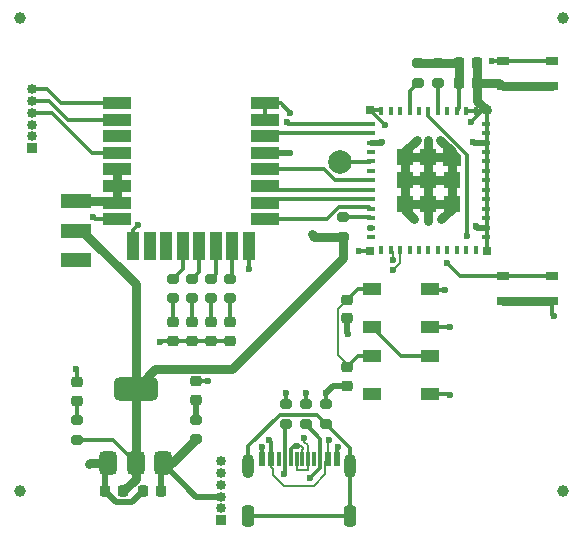
<source format=gbr>
%TF.GenerationSoftware,KiCad,Pcbnew,8.0.1*%
%TF.CreationDate,2024-04-06T15:46:48-07:00*%
%TF.ProjectId,Hardware,48617264-7761-4726-952e-6b696361645f,rev?*%
%TF.SameCoordinates,Original*%
%TF.FileFunction,Copper,L1,Top*%
%TF.FilePolarity,Positive*%
%FSLAX46Y46*%
G04 Gerber Fmt 4.6, Leading zero omitted, Abs format (unit mm)*
G04 Created by KiCad (PCBNEW 8.0.1) date 2024-04-06 15:46:48*
%MOMM*%
%LPD*%
G01*
G04 APERTURE LIST*
G04 Aperture macros list*
%AMRoundRect*
0 Rectangle with rounded corners*
0 $1 Rounding radius*
0 $2 $3 $4 $5 $6 $7 $8 $9 X,Y pos of 4 corners*
0 Add a 4 corners polygon primitive as box body*
4,1,4,$2,$3,$4,$5,$6,$7,$8,$9,$2,$3,0*
0 Add four circle primitives for the rounded corners*
1,1,$1+$1,$2,$3*
1,1,$1+$1,$4,$5*
1,1,$1+$1,$6,$7*
1,1,$1+$1,$8,$9*
0 Add four rect primitives between the rounded corners*
20,1,$1+$1,$2,$3,$4,$5,0*
20,1,$1+$1,$4,$5,$6,$7,0*
20,1,$1+$1,$6,$7,$8,$9,0*
20,1,$1+$1,$8,$9,$2,$3,0*%
%AMFreePoly0*
4,1,14,0.728536,0.728536,0.730000,0.725000,0.730000,-0.725000,0.728536,-0.728536,0.725000,-0.730000,-0.725000,-0.730000,-0.728536,-0.728536,-0.730000,-0.725000,-0.730000,0.125000,-0.728536,0.128536,-0.128536,0.728536,-0.125000,0.730000,0.725000,0.730000,0.728536,0.728536,0.728536,0.728536,$1*%
G04 Aperture macros list end*
%TA.AperFunction,SMDPad,CuDef*%
%ADD10R,1.500000X1.000000*%
%TD*%
%TA.AperFunction,SMDPad,CuDef*%
%ADD11C,1.000000*%
%TD*%
%TA.AperFunction,SMDPad,CuDef*%
%ADD12R,0.400000X0.800000*%
%TD*%
%TA.AperFunction,SMDPad,CuDef*%
%ADD13R,0.800000X0.400000*%
%TD*%
%TA.AperFunction,SMDPad,CuDef*%
%ADD14FreePoly0,270.000000*%
%TD*%
%TA.AperFunction,SMDPad,CuDef*%
%ADD15R,1.450000X1.450000*%
%TD*%
%TA.AperFunction,SMDPad,CuDef*%
%ADD16R,0.700000X0.700000*%
%TD*%
%TA.AperFunction,SMDPad,CuDef*%
%ADD17RoundRect,0.225000X0.225000X0.250000X-0.225000X0.250000X-0.225000X-0.250000X0.225000X-0.250000X0*%
%TD*%
%TA.AperFunction,SMDPad,CuDef*%
%ADD18RoundRect,0.200000X-0.275000X0.200000X-0.275000X-0.200000X0.275000X-0.200000X0.275000X0.200000X0*%
%TD*%
%TA.AperFunction,SMDPad,CuDef*%
%ADD19R,1.050000X0.650000*%
%TD*%
%TA.AperFunction,SMDPad,CuDef*%
%ADD20RoundRect,0.200000X0.275000X-0.200000X0.275000X0.200000X-0.275000X0.200000X-0.275000X-0.200000X0*%
%TD*%
%TA.AperFunction,ComponentPad*%
%ADD21R,0.850000X0.850000*%
%TD*%
%TA.AperFunction,ComponentPad*%
%ADD22O,0.850000X0.850000*%
%TD*%
%TA.AperFunction,SMDPad,CuDef*%
%ADD23RoundRect,0.225000X-0.225000X-0.250000X0.225000X-0.250000X0.225000X0.250000X-0.225000X0.250000X0*%
%TD*%
%TA.AperFunction,SMDPad,CuDef*%
%ADD24RoundRect,0.218750X0.256250X-0.218750X0.256250X0.218750X-0.256250X0.218750X-0.256250X-0.218750X0*%
%TD*%
%TA.AperFunction,SMDPad,CuDef*%
%ADD25R,2.500000X1.200000*%
%TD*%
%TA.AperFunction,SMDPad,CuDef*%
%ADD26R,0.600000X1.150000*%
%TD*%
%TA.AperFunction,SMDPad,CuDef*%
%ADD27R,0.300000X1.150000*%
%TD*%
%TA.AperFunction,ComponentPad*%
%ADD28O,1.000000X2.100000*%
%TD*%
%TA.AperFunction,ComponentPad*%
%ADD29RoundRect,0.250000X-0.250000X-0.650000X0.250000X-0.650000X0.250000X0.650000X-0.250000X0.650000X0*%
%TD*%
%TA.AperFunction,SMDPad,CuDef*%
%ADD30RoundRect,0.225000X0.250000X-0.225000X0.250000X0.225000X-0.250000X0.225000X-0.250000X-0.225000X0*%
%TD*%
%TA.AperFunction,SMDPad,CuDef*%
%ADD31C,2.000000*%
%TD*%
%TA.AperFunction,SMDPad,CuDef*%
%ADD32R,2.450000X1.000000*%
%TD*%
%TA.AperFunction,SMDPad,CuDef*%
%ADD33R,1.000000X2.450000*%
%TD*%
%TA.AperFunction,SMDPad,CuDef*%
%ADD34RoundRect,0.218750X-0.256250X0.218750X-0.256250X-0.218750X0.256250X-0.218750X0.256250X0.218750X0*%
%TD*%
%TA.AperFunction,SMDPad,CuDef*%
%ADD35RoundRect,0.375000X0.375000X-0.625000X0.375000X0.625000X-0.375000X0.625000X-0.375000X-0.625000X0*%
%TD*%
%TA.AperFunction,SMDPad,CuDef*%
%ADD36RoundRect,0.500000X1.400000X-0.500000X1.400000X0.500000X-1.400000X0.500000X-1.400000X-0.500000X0*%
%TD*%
%TA.AperFunction,ViaPad*%
%ADD37C,0.600000*%
%TD*%
%TA.AperFunction,Conductor*%
%ADD38C,0.300000*%
%TD*%
%TA.AperFunction,Conductor*%
%ADD39C,0.500000*%
%TD*%
%TA.AperFunction,Conductor*%
%ADD40C,0.800000*%
%TD*%
%TA.AperFunction,Conductor*%
%ADD41C,0.200000*%
%TD*%
G04 APERTURE END LIST*
D10*
%TO.P,D5,1,VSS*%
%TO.N,GND*%
X136700000Y-76100000D03*
%TO.P,D5,2,DIN*%
%TO.N,/NEOPIXEL*%
X136700000Y-72900000D03*
%TO.P,D5,3,VDD*%
%TO.N,+5V*%
X131800000Y-72900000D03*
%TO.P,D5,4,DOUT*%
%TO.N,Net-(D5-DOUT)*%
X131800000Y-76100000D03*
%TD*%
D11*
%TO.P,FID2,*%
%TO.N,*%
X148000000Y-50000000D03*
%TD*%
D12*
%TO.P,U1,1,GND*%
%TO.N,GND*%
X140600000Y-57825000D03*
%TO.P,U1,2,GND*%
X139800000Y-57825000D03*
%TO.P,U1,3,3V3*%
%TO.N,+3.3V*%
X139000000Y-57825000D03*
%TO.P,U1,4,NC*%
%TO.N,unconnected-(U1-NC-Pad4)*%
X138200000Y-57825000D03*
%TO.P,U1,5,IO2*%
%TO.N,Net-(U1-IO2)*%
X137400000Y-57825000D03*
%TO.P,U1,6,IO3*%
%TO.N,/NEOPIXEL*%
X136600000Y-57825000D03*
%TO.P,U1,7,NC*%
%TO.N,unconnected-(U1-NC-Pad7)*%
X135800000Y-57825000D03*
%TO.P,U1,8,EN*%
%TO.N,Net-(U1-EN)*%
X135000000Y-57825000D03*
%TO.P,U1,9,NC*%
%TO.N,unconnected-(U1-NC-Pad9)*%
X134200000Y-57825000D03*
%TO.P,U1,10,NC*%
%TO.N,unconnected-(U1-NC-Pad10)*%
X133400000Y-57825000D03*
%TO.P,U1,11,GND*%
%TO.N,GND*%
X132600000Y-57825000D03*
D13*
%TO.P,U1,12,IO0*%
%TO.N,/DWM3000_RSTn*%
X131700000Y-58925000D03*
%TO.P,U1,13,IO1*%
%TO.N,/DWM3000_IRQ*%
X131700000Y-59725000D03*
%TO.P,U1,14,GND*%
%TO.N,GND*%
X131700000Y-60525000D03*
%TO.P,U1,15,NC*%
%TO.N,unconnected-(U1-NC-Pad15)*%
X131700000Y-61325000D03*
%TO.P,U1,16,IO10*%
%TO.N,Net-(U1-IO10)*%
X131700000Y-62125000D03*
%TO.P,U1,17,NC*%
%TO.N,unconnected-(U1-NC-Pad17)*%
X131700000Y-62925000D03*
%TO.P,U1,18,IO4*%
%TO.N,/DWM3000_SPICLK*%
X131700000Y-63725000D03*
%TO.P,U1,19,IO5*%
%TO.N,/DWM3000_SPIMISO*%
X131700000Y-64525000D03*
%TO.P,U1,20,IO6*%
%TO.N,/DWM3001_SPIMOSI*%
X131700000Y-65325000D03*
%TO.P,U1,21,IO7*%
%TO.N,/DWM3000_SPICS*%
X131700000Y-66125000D03*
%TO.P,U1,22,IO8*%
%TO.N,Net-(U1-IO8)*%
X131700000Y-66925000D03*
%TO.P,U1,23,IO9*%
%TO.N,Net-(U1-IO9)*%
X131700000Y-67725000D03*
%TO.P,U1,24,NC*%
%TO.N,unconnected-(U1-NC-Pad24)*%
X131700000Y-68525000D03*
D12*
%TO.P,U1,25,NC*%
%TO.N,unconnected-(U1-NC-Pad25)*%
X132600000Y-69625000D03*
%TO.P,U1,26,IO18*%
%TO.N,/DN*%
X133400000Y-69625000D03*
%TO.P,U1,27,IO19*%
%TO.N,/DP*%
X134200000Y-69625000D03*
%TO.P,U1,28,NC*%
%TO.N,unconnected-(U1-NC-Pad28)*%
X135000000Y-69625000D03*
%TO.P,U1,29,NC*%
%TO.N,unconnected-(U1-NC-Pad29)*%
X135800000Y-69625000D03*
%TO.P,U1,30,RXD0*%
%TO.N,unconnected-(U1-RXD0-Pad30)*%
X136600000Y-69625000D03*
%TO.P,U1,31,TXD0*%
%TO.N,unconnected-(U1-TXD0-Pad31)*%
X137400000Y-69625000D03*
%TO.P,U1,32,NC*%
%TO.N,unconnected-(U1-NC-Pad32)*%
X138200000Y-69625000D03*
%TO.P,U1,33,NC*%
%TO.N,unconnected-(U1-NC-Pad33)*%
X139000000Y-69625000D03*
%TO.P,U1,34,NC*%
%TO.N,unconnected-(U1-NC-Pad34)*%
X139800000Y-69625000D03*
%TO.P,U1,35,NC*%
%TO.N,unconnected-(U1-NC-Pad35)*%
X140600000Y-69625000D03*
D13*
%TO.P,U1,36,GND*%
%TO.N,GND*%
X141500000Y-68525000D03*
%TO.P,U1,37,GND*%
X141500000Y-67725000D03*
%TO.P,U1,38,GND*%
X141500000Y-66925000D03*
%TO.P,U1,39,GND*%
X141500000Y-66125000D03*
%TO.P,U1,40,GND*%
X141500000Y-65325000D03*
%TO.P,U1,41,GND*%
X141500000Y-64525000D03*
%TO.P,U1,42,GND*%
X141500000Y-63725000D03*
%TO.P,U1,43,GND*%
X141500000Y-62925000D03*
%TO.P,U1,44,GND*%
X141500000Y-62125000D03*
%TO.P,U1,45,GND*%
X141500000Y-61325000D03*
%TO.P,U1,46,GND*%
X141500000Y-60525000D03*
%TO.P,U1,47,GND*%
X141500000Y-59725000D03*
%TO.P,U1,48,GND*%
X141500000Y-58925000D03*
D14*
%TO.P,U1,49_1,GND*%
X138575000Y-61750000D03*
D15*
%TO.P,U1,49_2,GND*%
X138575000Y-63725000D03*
%TO.P,U1,49_3,GND*%
X138575000Y-65700000D03*
%TO.P,U1,49_4,GND*%
X136600000Y-65700000D03*
%TO.P,U1,49_5,GND*%
X134625000Y-65700000D03*
%TO.P,U1,49_6,GND*%
X134625000Y-63725000D03*
%TO.P,U1,49_7,GND*%
X134625000Y-61750000D03*
%TO.P,U1,49_8,GND*%
X136600000Y-61750000D03*
%TO.P,U1,49_9,GND*%
X136600000Y-63725000D03*
D16*
%TO.P,U1,50,GND*%
X141550000Y-69675000D03*
%TO.P,U1,51,GND*%
X131650000Y-69675000D03*
%TO.P,U1,52,GND*%
X131650000Y-57775000D03*
%TO.P,U1,53,GND*%
X141550000Y-57775000D03*
%TD*%
D17*
%TO.P,C6,1*%
%TO.N,+3.3V*%
X110775000Y-90050000D03*
%TO.P,C6,2*%
%TO.N,GND*%
X109225000Y-90050000D03*
%TD*%
D18*
%TO.P,R8,1*%
%TO.N,+3.3V*%
X137400000Y-53825000D03*
%TO.P,R8,2*%
%TO.N,Net-(U1-IO2)*%
X137400000Y-55475000D03*
%TD*%
D10*
%TO.P,D6,1,VSS*%
%TO.N,GND*%
X136700000Y-81800000D03*
%TO.P,D6,2,DIN*%
%TO.N,Net-(D5-DOUT)*%
X136700000Y-78600000D03*
%TO.P,D6,3,VDD*%
%TO.N,+5V*%
X131800000Y-78600000D03*
%TO.P,D6,4,DOUT*%
%TO.N,unconnected-(D6-DOUT-Pad4)*%
X131800000Y-81800000D03*
%TD*%
D19*
%TO.P,SW2,1,1*%
%TO.N,Net-(U1-IO9)*%
X142950000Y-71800000D03*
X147100000Y-71800000D03*
%TO.P,SW2,2,2*%
%TO.N,GND*%
X142950000Y-73950000D03*
X147100000Y-73950000D03*
%TD*%
D18*
%TO.P,R7,1*%
%TO.N,Net-(DWM1-GPIO3{slash}TXLED)*%
X115000000Y-72050000D03*
%TO.P,R7,2*%
%TO.N,Net-(D4-A)*%
X115000000Y-73700000D03*
%TD*%
D20*
%TO.P,R11,1*%
%TO.N,+5V*%
X116900000Y-85650000D03*
%TO.P,R11,2*%
%TO.N,Net-(D7-A)*%
X116900000Y-84000000D03*
%TD*%
D21*
%TO.P,J2,1,Pin_1*%
%TO.N,/DWM3000_EXTPA*%
X103000000Y-61000000D03*
D22*
%TO.P,J2,2,Pin_2*%
%TO.N,/DWM3000_SPIPOL*%
X103000000Y-60000000D03*
%TO.P,J2,3,Pin_3*%
%TO.N,/DWM3000_SPIHA*%
X103000000Y-59000000D03*
%TO.P,J2,4,Pin_4*%
%TO.N,/DWM3000_GPIO7*%
X103000000Y-58000000D03*
%TO.P,J2,5,Pin_5*%
%TO.N,/DWM3000_WAKEUP*%
X103000000Y-57000000D03*
%TO.P,J2,6,Pin_6*%
%TO.N,/DWM3000_EXTON*%
X103000000Y-56000000D03*
%TD*%
D18*
%TO.P,R6,1*%
%TO.N,Net-(DWM1-GPIO2{slash}RXLED)*%
X116600000Y-72050000D03*
%TO.P,R6,2*%
%TO.N,Net-(D3-A)*%
X116600000Y-73700000D03*
%TD*%
D23*
%TO.P,C2,1*%
%TO.N,+3.3V*%
X139200000Y-53750000D03*
%TO.P,C2,2*%
%TO.N,GND*%
X140750000Y-53750000D03*
%TD*%
D24*
%TO.P,D1,1,K*%
%TO.N,GND*%
X119800000Y-77300000D03*
%TO.P,D1,2,A*%
%TO.N,Net-(D1-A)*%
X119800000Y-75725000D03*
%TD*%
D25*
%TO.P,S1,1*%
%TO.N,Net-(DWM1-VDDAON)*%
X106750000Y-65500000D03*
%TO.P,S1,2*%
%TO.N,+3.3V*%
X106750000Y-68000000D03*
%TO.P,S1,3*%
%TO.N,unconnected-(S1-Pad3)*%
X106750000Y-70500000D03*
%TD*%
D20*
%TO.P,R2,1*%
%TO.N,/CC1*%
X124500000Y-84325000D03*
%TO.P,R2,2*%
%TO.N,GND*%
X124500000Y-82675000D03*
%TD*%
D24*
%TO.P,D4,1,K*%
%TO.N,GND*%
X115000000Y-77287500D03*
%TO.P,D4,2,A*%
%TO.N,Net-(D4-A)*%
X115000000Y-75712500D03*
%TD*%
D20*
%TO.P,R12,1*%
%TO.N,+3.3V*%
X106825000Y-85700000D03*
%TO.P,R12,2*%
%TO.N,Net-(D8-A)*%
X106825000Y-84050000D03*
%TD*%
D26*
%TO.P,J1,A1_B12,GND*%
%TO.N,GND*%
X122480000Y-87345000D03*
%TO.P,J1,A4_B9,VBUS*%
%TO.N,+5V*%
X123280000Y-87345000D03*
D27*
%TO.P,J1,A5,CC1*%
%TO.N,/CC1*%
X124430000Y-87345000D03*
%TO.P,J1,A6,DP1*%
%TO.N,/DP*%
X125430000Y-87345000D03*
%TO.P,J1,A7,DN1*%
%TO.N,/DN*%
X125930000Y-87345000D03*
%TO.P,J1,A8,SBU1*%
%TO.N,unconnected-(J1-SBU1-PadA8)*%
X126930000Y-87345000D03*
D26*
%TO.P,J1,B1_A12,GND*%
%TO.N,GND*%
X128880000Y-87345000D03*
%TO.P,J1,B4_A9,VBUS*%
%TO.N,+5V*%
X128080000Y-87345000D03*
D27*
%TO.P,J1,B5,CC2*%
%TO.N,/CC2*%
X127430000Y-87345000D03*
%TO.P,J1,B6,DP2*%
%TO.N,/DP*%
X126430000Y-87345000D03*
%TO.P,J1,B7,DN2*%
%TO.N,/DN*%
X124930000Y-87345000D03*
%TO.P,J1,B8,SBU2*%
%TO.N,unconnected-(J1-SBU2-PadB8)*%
X123930000Y-87345000D03*
D28*
%TO.P,J1,SH1,SHELL_GND*%
%TO.N,Net-(J1-SHELL_GND-PadSH1)*%
X121360000Y-87920000D03*
%TO.P,J1,SH2,SHELL_GND*%
X130000000Y-87920000D03*
D29*
%TO.P,J1,SH3,SHELL_GND*%
X121360000Y-92100000D03*
%TO.P,J1,SH4,SHELL_GND*%
X130000000Y-92100000D03*
%TD*%
D24*
%TO.P,D3,1,K*%
%TO.N,GND*%
X116600000Y-77287500D03*
%TO.P,D3,2,A*%
%TO.N,Net-(D3-A)*%
X116600000Y-75712500D03*
%TD*%
D30*
%TO.P,C4,1*%
%TO.N,GND*%
X129700000Y-81100000D03*
%TO.P,C4,2*%
%TO.N,+5V*%
X129700000Y-79550000D03*
%TD*%
D24*
%TO.P,D2,1,K*%
%TO.N,GND*%
X118200000Y-77287500D03*
%TO.P,D2,2,A*%
%TO.N,Net-(D2-A)*%
X118200000Y-75712500D03*
%TD*%
D11*
%TO.P,FID1,*%
%TO.N,*%
X102000000Y-50000000D03*
%TD*%
D31*
%TO.P,TP1,1,1*%
%TO.N,Net-(U1-IO10)*%
X129100000Y-62200000D03*
%TD*%
D20*
%TO.P,R3,1*%
%TO.N,/CC2*%
X126200000Y-84350000D03*
%TO.P,R3,2*%
%TO.N,GND*%
X126200000Y-82700000D03*
%TD*%
D32*
%TO.P,DWM1,1,EXTON*%
%TO.N,/DWM3000_EXTON*%
X110200000Y-57201200D03*
%TO.P,DWM1,2,WAKEUP*%
%TO.N,/DWM3000_WAKEUP*%
X110200000Y-58601200D03*
%TO.P,DWM1,3,~{RST}*%
%TO.N,/DWM3000_RSTn*%
X110200000Y-60001200D03*
%TO.P,DWM1,4,GPIO7*%
%TO.N,/DWM3000_GPIO7*%
X110200000Y-61401200D03*
%TO.P,DWM1,5,VDDAON*%
%TO.N,Net-(DWM1-VDDAON)*%
X110200000Y-62801200D03*
%TO.P,DWM1,6,VDD3V3*%
X110200000Y-64201200D03*
%TO.P,DWM1,7,VDD3V3*%
X110200000Y-65601200D03*
%TO.P,DWM1,8,VSS*%
%TO.N,GND*%
X110200000Y-67001200D03*
D33*
%TO.P,DWM1,9,GPIO6/EXTRXE/SPIHA*%
%TO.N,/DWM3000_SPIHA*%
X111600000Y-69296200D03*
%TO.P,DWM1,10,GPIO5/EXTTXE/SPIPOL*%
%TO.N,/DWM3000_SPIPOL*%
X113000000Y-69296200D03*
%TO.P,DWM1,11,GPIO4/EXTPA*%
%TO.N,/DWM3000_EXTPA*%
X114400000Y-69296200D03*
%TO.P,DWM1,12,GPIO3/TXLED*%
%TO.N,Net-(DWM1-GPIO3{slash}TXLED)*%
X115800000Y-69296200D03*
%TO.P,DWM1,13,GPIO2/RXLED*%
%TO.N,Net-(DWM1-GPIO2{slash}RXLED)*%
X117200000Y-69296200D03*
%TO.P,DWM1,14,GPIO1/SFDLED*%
%TO.N,Net-(DWM1-GPIO1{slash}SFDLED)*%
X118600000Y-69296200D03*
%TO.P,DWM1,15,GPIO0/RXOKLED*%
%TO.N,Net-(DWM1-GPIO0{slash}RXOKLED)*%
X120000000Y-69296200D03*
%TO.P,DWM1,16,VSS*%
%TO.N,GND*%
X121400000Y-69296200D03*
D32*
%TO.P,DWM1,17,~{SPICS}*%
%TO.N,/DWM3000_SPICS*%
X122800000Y-67000000D03*
%TO.P,DWM1,18,SPIMOSI*%
%TO.N,/DWM3001_SPIMOSI*%
X122800000Y-65600000D03*
%TO.P,DWM1,19,SPIMISO*%
%TO.N,/DWM3000_SPIMISO*%
X122800000Y-64201200D03*
%TO.P,DWM1,20,SPICLK*%
%TO.N,/DWM3000_SPICLK*%
X122800000Y-62801200D03*
%TO.P,DWM1,21,VSS*%
%TO.N,GND*%
X122800000Y-61401200D03*
%TO.P,DWM1,22,IRQ/GPIO8*%
%TO.N,/DWM3000_IRQ*%
X122800000Y-60001200D03*
%TO.P,DWM1,23,VSS*%
%TO.N,GND*%
X122800000Y-58601200D03*
%TO.P,DWM1,24,VSS*%
X122800000Y-57201200D03*
%TD*%
D11*
%TO.P,FID3,*%
%TO.N,*%
X102000000Y-90000000D03*
%TD*%
D18*
%TO.P,R5,1*%
%TO.N,Net-(DWM1-GPIO1{slash}SFDLED)*%
X118200000Y-72050000D03*
%TO.P,R5,2*%
%TO.N,Net-(D2-A)*%
X118200000Y-73700000D03*
%TD*%
D34*
%TO.P,D8,1,K*%
%TO.N,GND*%
X106825000Y-80812500D03*
%TO.P,D8,2,A*%
%TO.N,Net-(D8-A)*%
X106825000Y-82387500D03*
%TD*%
D19*
%TO.P,SW1,1,1*%
%TO.N,Net-(U1-EN)*%
X142925000Y-53625000D03*
X147075000Y-53625000D03*
%TO.P,SW1,2,2*%
%TO.N,GND*%
X142925000Y-55775000D03*
X147075000Y-55775000D03*
%TD*%
D21*
%TO.P,J3,1,Pin_1*%
%TO.N,/CC1*%
X119000000Y-92500000D03*
D22*
%TO.P,J3,2,Pin_2*%
%TO.N,/CC2*%
X119000000Y-91500000D03*
%TO.P,J3,3,Pin_3*%
%TO.N,+5V*%
X119000000Y-90500000D03*
%TO.P,J3,4,Pin_4*%
%TO.N,unconnected-(J3-Pin_4-Pad4)*%
X119000000Y-89500000D03*
%TO.P,J3,5,Pin_5*%
%TO.N,unconnected-(J3-Pin_5-Pad5)*%
X119000000Y-88500000D03*
%TO.P,J3,6,Pin_6*%
%TO.N,GND*%
X119000000Y-87500000D03*
%TD*%
D34*
%TO.P,D7,1,K*%
%TO.N,GND*%
X116900000Y-80750000D03*
%TO.P,D7,2,A*%
%TO.N,Net-(D7-A)*%
X116900000Y-82325000D03*
%TD*%
D17*
%TO.P,C5,1*%
%TO.N,+5V*%
X113975000Y-90050000D03*
%TO.P,C5,2*%
%TO.N,GND*%
X112425000Y-90050000D03*
%TD*%
D11*
%TO.P,FID4,*%
%TO.N,*%
X148000000Y-90000000D03*
%TD*%
D20*
%TO.P,R9,1*%
%TO.N,+3.3V*%
X129400000Y-68500000D03*
%TO.P,R9,2*%
%TO.N,Net-(U1-IO8)*%
X129400000Y-66850000D03*
%TD*%
D23*
%TO.P,C1,1*%
%TO.N,+3.3V*%
X139200000Y-55450000D03*
%TO.P,C1,2*%
%TO.N,GND*%
X140750000Y-55450000D03*
%TD*%
D20*
%TO.P,R1,1*%
%TO.N,Net-(J1-SHELL_GND-PadSH1)*%
X127900000Y-84325000D03*
%TO.P,R1,2*%
%TO.N,GND*%
X127900000Y-82675000D03*
%TD*%
D35*
%TO.P,U3,1,GND*%
%TO.N,GND*%
X109500000Y-87650000D03*
%TO.P,U3,2,VO*%
%TO.N,+3.3V*%
X111800000Y-87650000D03*
D36*
X111800000Y-81350000D03*
D35*
%TO.P,U3,3,VI*%
%TO.N,+5V*%
X114100000Y-87650000D03*
%TD*%
D18*
%TO.P,R4,1*%
%TO.N,Net-(DWM1-GPIO0{slash}RXOKLED)*%
X119800000Y-72075000D03*
%TO.P,R4,2*%
%TO.N,Net-(D1-A)*%
X119800000Y-73725000D03*
%TD*%
%TO.P,R10,1*%
%TO.N,+3.3V*%
X135700000Y-53825000D03*
%TO.P,R10,2*%
%TO.N,Net-(U1-EN)*%
X135700000Y-55475000D03*
%TD*%
D30*
%TO.P,C3,1*%
%TO.N,GND*%
X129700000Y-75375000D03*
%TO.P,C3,2*%
%TO.N,+5V*%
X129700000Y-73825000D03*
%TD*%
D37*
%TO.N,GND*%
X106800000Y-79700000D03*
X137600000Y-60300000D03*
X128900000Y-86300000D03*
X135600000Y-60300000D03*
X126200000Y-81700000D03*
X147200000Y-75200000D03*
X135400000Y-67000000D03*
X140400000Y-60500000D03*
X130700000Y-69700000D03*
X140200000Y-58800000D03*
X121400000Y-71200000D03*
X132900000Y-59000000D03*
X127900000Y-81700000D03*
X140600000Y-67600000D03*
X129800000Y-76700000D03*
X132700000Y-60500000D03*
X124500000Y-81700000D03*
X138400000Y-81900000D03*
X137700000Y-67000000D03*
X122500000Y-86300000D03*
X107900000Y-87700000D03*
X138400000Y-76100000D03*
X113900000Y-77400000D03*
X108200000Y-66800000D03*
X124900000Y-58000000D03*
X136600000Y-60300000D03*
X124900000Y-61400000D03*
X136600000Y-67200000D03*
X117900000Y-80700000D03*
%TO.N,+3.3V*%
X135700000Y-53825000D03*
X126700000Y-68300000D03*
%TO.N,+5V*%
X123100000Y-85700000D03*
X116900000Y-85650000D03*
X129700000Y-79550000D03*
X128200000Y-85700000D03*
%TO.N,/NEOPIXEL*%
X139900000Y-68400000D03*
X138000000Y-73000000D03*
%TO.N,/DWM3000_SPIPOL*%
X113000000Y-69300000D03*
%TO.N,/DWM3000_SPIHA*%
X112000000Y-67500000D03*
%TO.N,/DWM3000_RSTn*%
X124600000Y-58800000D03*
X110200000Y-60001200D03*
%TO.N,/DWM3000_EXTPA*%
X114400000Y-70000000D03*
%TO.N,/DN*%
X133600000Y-70475000D03*
X125499479Y-86172292D03*
%TO.N,/DP*%
X126100521Y-85571250D03*
X133600000Y-71325000D03*
%TO.N,/CC1*%
X124400000Y-88600000D03*
%TO.N,/CC2*%
X126600000Y-88900000D03*
%TO.N,Net-(U1-EN)*%
X142000000Y-53600000D03*
X135700000Y-55475000D03*
%TO.N,Net-(U1-IO9)*%
X138200000Y-70700000D03*
X131700000Y-67725000D03*
%TD*%
D38*
%TO.N,GND*%
X122480000Y-86320000D02*
X122500000Y-86300000D01*
D39*
X110150000Y-90975000D02*
X109225000Y-90050000D01*
D38*
X108401200Y-67001200D02*
X108200000Y-66800000D01*
D40*
X137600000Y-60300000D02*
X138575000Y-61275000D01*
X138575000Y-61750000D02*
X138575000Y-65700000D01*
D38*
X136700000Y-81800000D02*
X138300000Y-81800000D01*
D39*
X129700000Y-75375000D02*
X129700000Y-76600000D01*
D40*
X138575000Y-61275000D02*
X138575000Y-61750000D01*
D38*
X130725000Y-69675000D02*
X130700000Y-69700000D01*
D40*
X135600000Y-60300000D02*
X134625000Y-61275000D01*
D39*
X141500000Y-67725000D02*
X140725000Y-67725000D01*
D38*
X122800000Y-57201200D02*
X124101200Y-57201200D01*
X116900000Y-80750000D02*
X117850000Y-80750000D01*
D40*
X140750000Y-53750000D02*
X140750000Y-56975000D01*
D38*
X117300000Y-77287500D02*
X119787500Y-77287500D01*
X126200000Y-81700000D02*
X126200000Y-82700000D01*
D40*
X142925000Y-55775000D02*
X147075000Y-55775000D01*
X134625000Y-63725000D02*
X138575000Y-63725000D01*
D38*
X131650000Y-57775000D02*
X131675000Y-57775000D01*
D40*
X138575000Y-66125000D02*
X138575000Y-65700000D01*
D39*
X111500000Y-90975000D02*
X110150000Y-90975000D01*
X109225000Y-90050000D02*
X109225000Y-87925000D01*
D38*
X106825000Y-79725000D02*
X106800000Y-79700000D01*
D40*
X134625000Y-61750000D02*
X134625000Y-65700000D01*
D38*
X139800000Y-57825000D02*
X141500000Y-57825000D01*
X115000000Y-77287500D02*
X117300000Y-77287500D01*
X128880000Y-86320000D02*
X128900000Y-86300000D01*
X141225000Y-57775000D02*
X140200000Y-58800000D01*
D39*
X124898800Y-61401200D02*
X124900000Y-61400000D01*
D38*
X131650000Y-57775000D02*
X132550000Y-57775000D01*
X124500000Y-82675000D02*
X124500000Y-81700000D01*
D39*
X109225000Y-87925000D02*
X109500000Y-87650000D01*
X141500000Y-60525000D02*
X140425000Y-60525000D01*
D40*
X136600000Y-65700000D02*
X136600000Y-67200000D01*
D38*
X106825000Y-80812500D02*
X106825000Y-79725000D01*
D40*
X134625000Y-66225000D02*
X134625000Y-65700000D01*
D39*
X128500000Y-81100000D02*
X127900000Y-81700000D01*
D38*
X114012500Y-77287500D02*
X113900000Y-77400000D01*
D40*
X138575000Y-65700000D02*
X134625000Y-65700000D01*
X134625000Y-61275000D02*
X134625000Y-61750000D01*
X140750000Y-56975000D02*
X141550000Y-57775000D01*
D38*
X117300000Y-77287500D02*
X114012500Y-77287500D01*
D39*
X132675000Y-60525000D02*
X132700000Y-60500000D01*
D38*
X131650000Y-69675000D02*
X130725000Y-69675000D01*
X147100000Y-75100000D02*
X147200000Y-75200000D01*
X128880000Y-87345000D02*
X128880000Y-86320000D01*
X136700000Y-76100000D02*
X138400000Y-76100000D01*
D40*
X134625000Y-61750000D02*
X138575000Y-61750000D01*
D38*
X124101200Y-57201200D02*
X124900000Y-58000000D01*
D39*
X140725000Y-67725000D02*
X140600000Y-67600000D01*
X112425000Y-90050000D02*
X111500000Y-90975000D01*
D38*
X122800000Y-58601200D02*
X122800000Y-57201200D01*
X147100000Y-73950000D02*
X147100000Y-75100000D01*
D40*
X136600000Y-61750000D02*
X136600000Y-60300000D01*
X109500000Y-87650000D02*
X107950000Y-87650000D01*
D38*
X117850000Y-80750000D02*
X117900000Y-80700000D01*
X121400000Y-69296200D02*
X121400000Y-71200000D01*
D40*
X142600000Y-55450000D02*
X142925000Y-55775000D01*
D38*
X141550000Y-57775000D02*
X141225000Y-57775000D01*
X122480000Y-87345000D02*
X122480000Y-86320000D01*
X127900000Y-82675000D02*
X127900000Y-81700000D01*
X131675000Y-57775000D02*
X132900000Y-59000000D01*
D39*
X122800000Y-61401200D02*
X124898800Y-61401200D01*
D40*
X107950000Y-87650000D02*
X107900000Y-87700000D01*
D39*
X129700000Y-76600000D02*
X129800000Y-76700000D01*
D40*
X137700000Y-67000000D02*
X138575000Y-66125000D01*
D38*
X110200000Y-67001200D02*
X108401200Y-67001200D01*
X132550000Y-57775000D02*
X132600000Y-57825000D01*
D40*
X142950000Y-73950000D02*
X147100000Y-73950000D01*
D39*
X131700000Y-60525000D02*
X132675000Y-60525000D01*
D38*
X141500000Y-57825000D02*
X141550000Y-57775000D01*
D39*
X129700000Y-81100000D02*
X128500000Y-81100000D01*
D40*
X140750000Y-55450000D02*
X142600000Y-55450000D01*
D38*
X141550000Y-69675000D02*
X141550000Y-57775000D01*
X119787500Y-77287500D02*
X119800000Y-77300000D01*
D40*
X136600000Y-65700000D02*
X136600000Y-61750000D01*
D39*
X140425000Y-60525000D02*
X140400000Y-60500000D01*
D40*
X135400000Y-67000000D02*
X134625000Y-66225000D01*
D38*
X138300000Y-81800000D02*
X138400000Y-81900000D01*
D40*
%TO.N,+3.3V*%
X126900000Y-68500000D02*
X126700000Y-68300000D01*
X111800000Y-72500000D02*
X111800000Y-81350000D01*
X111800000Y-81350000D02*
X111800000Y-87650000D01*
X139200000Y-55450000D02*
X139200000Y-53750000D01*
D38*
X139200000Y-53750000D02*
X139200000Y-57625000D01*
D40*
X113450000Y-79700000D02*
X120000000Y-79700000D01*
X129400000Y-68500000D02*
X126900000Y-68500000D01*
X111800000Y-87650000D02*
X111800000Y-89025000D01*
X106750000Y-68000000D02*
X107300000Y-68000000D01*
X107300000Y-68000000D02*
X111800000Y-72500000D01*
X135700000Y-53825000D02*
X139125000Y-53825000D01*
D38*
X109850000Y-85700000D02*
X111800000Y-87650000D01*
D40*
X139125000Y-53825000D02*
X139200000Y-53750000D01*
D38*
X106825000Y-85700000D02*
X109850000Y-85700000D01*
X139200000Y-57625000D02*
X139000000Y-57825000D01*
D40*
X111800000Y-89025000D02*
X110775000Y-90050000D01*
X129400000Y-70300000D02*
X129400000Y-68500000D01*
X111800000Y-81350000D02*
X113450000Y-79700000D01*
X120000000Y-79700000D02*
X129400000Y-70300000D01*
D38*
%TO.N,+5V*%
X130625000Y-72900000D02*
X129700000Y-73825000D01*
D41*
X123465000Y-88140406D02*
X123280000Y-87955406D01*
X129700000Y-79300000D02*
X128925000Y-78525000D01*
X126900000Y-89600000D02*
X124400000Y-89600000D01*
D39*
X113975000Y-87775000D02*
X114100000Y-87650000D01*
D41*
X123465000Y-88665000D02*
X123465000Y-88140406D01*
D39*
X113975000Y-90050000D02*
X113975000Y-87775000D01*
D41*
X128925000Y-78525000D02*
X128925000Y-74600000D01*
D38*
X131800000Y-72900000D02*
X130625000Y-72900000D01*
D41*
X124400000Y-89600000D02*
X123465000Y-88665000D01*
D40*
X114900000Y-87650000D02*
X116900000Y-85650000D01*
D41*
X127880000Y-88620000D02*
X126900000Y-89600000D01*
X128080000Y-87345000D02*
X127880000Y-87545000D01*
D38*
X123280000Y-87345000D02*
X123280000Y-85880000D01*
D41*
X128080000Y-85820000D02*
X128200000Y-85700000D01*
X123280000Y-87955406D02*
X123280000Y-87345000D01*
D38*
X131800000Y-78600000D02*
X130650000Y-78600000D01*
D41*
X127880000Y-87545000D02*
X127880000Y-88620000D01*
D38*
X130650000Y-78600000D02*
X129700000Y-79550000D01*
D39*
X114100000Y-87650000D02*
X116950000Y-90500000D01*
D40*
X114100000Y-87650000D02*
X114900000Y-87650000D01*
D38*
X123280000Y-85880000D02*
X123100000Y-85700000D01*
D41*
X128080000Y-87345000D02*
X128080000Y-85820000D01*
D39*
X116950000Y-90500000D02*
X119000000Y-90500000D01*
D41*
X129700000Y-79550000D02*
X129700000Y-79300000D01*
X128925000Y-74600000D02*
X129700000Y-73825000D01*
D38*
%TO.N,Net-(D1-A)*%
X119800000Y-73725000D02*
X119800000Y-75725000D01*
%TO.N,Net-(D2-A)*%
X118200000Y-73700000D02*
X118200000Y-75712500D01*
%TO.N,Net-(D3-A)*%
X116600000Y-73700000D02*
X116600000Y-75712500D01*
%TO.N,Net-(D4-A)*%
X115000000Y-73700000D02*
X115000000Y-75712500D01*
%TO.N,Net-(D5-DOUT)*%
X134300000Y-78600000D02*
X131800000Y-76100000D01*
X136700000Y-78600000D02*
X134300000Y-78600000D01*
%TO.N,/NEOPIXEL*%
X136600000Y-57825000D02*
X136600000Y-58239340D01*
X136600000Y-58239340D02*
X139900000Y-61539340D01*
X136800000Y-73000000D02*
X136700000Y-72900000D01*
X139900000Y-61539340D02*
X139900000Y-68400000D01*
X138000000Y-73000000D02*
X136800000Y-73000000D01*
D40*
%TO.N,Net-(DWM1-VDDAON)*%
X106750000Y-65500000D02*
X110098800Y-65500000D01*
X110200000Y-65601200D02*
X110200000Y-62801200D01*
X110098800Y-65500000D02*
X110200000Y-65601200D01*
D38*
%TO.N,Net-(DWM1-GPIO0{slash}RXOKLED)*%
X120000000Y-69296200D02*
X120000000Y-71875000D01*
X120000000Y-71875000D02*
X119800000Y-72075000D01*
%TO.N,/DWM3000_IRQ*%
X131700000Y-59725000D02*
X123076200Y-59725000D01*
X123076200Y-59725000D02*
X122800000Y-60001200D01*
%TO.N,/DWM3000_SPIPOL*%
X113000000Y-69296200D02*
X113000000Y-69300000D01*
%TO.N,/DWM3000_SPIMISO*%
X122800000Y-64201200D02*
X123123800Y-64525000D01*
X123123800Y-64525000D02*
X131700000Y-64525000D01*
%TO.N,Net-(DWM1-GPIO1{slash}SFDLED)*%
X118600000Y-69296200D02*
X118600000Y-71650000D01*
X118600000Y-71650000D02*
X118200000Y-72050000D01*
%TO.N,/DWM3000_EXTON*%
X103000000Y-56000000D02*
X104300000Y-56000000D01*
X105501200Y-57201200D02*
X110200000Y-57201200D01*
X104300000Y-56000000D02*
X105501200Y-57201200D01*
%TO.N,Net-(DWM1-GPIO2{slash}RXLED)*%
X117200000Y-71450000D02*
X116600000Y-72050000D01*
X117200000Y-69296200D02*
X117200000Y-71450000D01*
%TO.N,/DWM3000_SPIHA*%
X111600000Y-69296200D02*
X111600000Y-67900000D01*
X111600000Y-67900000D02*
X112000000Y-67500000D01*
%TO.N,/DWM3000_WAKEUP*%
X104500000Y-57000000D02*
X106101200Y-58601200D01*
X103000000Y-57000000D02*
X104500000Y-57000000D01*
X106101200Y-58601200D02*
X110200000Y-58601200D01*
%TO.N,/DWM3000_RSTn*%
X124725000Y-58925000D02*
X131700000Y-58925000D01*
X124600000Y-58800000D02*
X124725000Y-58925000D01*
%TO.N,/DWM3001_SPIMOSI*%
X123075000Y-65325000D02*
X131700000Y-65325000D01*
X122800000Y-65600000D02*
X123075000Y-65325000D01*
%TO.N,/DWM3000_SPICS*%
X127991642Y-67000000D02*
X128991642Y-66000000D01*
X131575000Y-66000000D02*
X131700000Y-66125000D01*
X128991642Y-66000000D02*
X131575000Y-66000000D01*
X122800000Y-67000000D02*
X127991642Y-67000000D01*
%TO.N,Net-(DWM1-GPIO3{slash}TXLED)*%
X115800000Y-69296200D02*
X115800000Y-71250000D01*
X115800000Y-71250000D02*
X115000000Y-72050000D01*
%TO.N,/DWM3000_EXTPA*%
X114400000Y-69296200D02*
X114400000Y-70000000D01*
%TO.N,/DWM3000_GPIO7*%
X108101200Y-61401200D02*
X110200000Y-61401200D01*
X103000000Y-58000000D02*
X104700000Y-58000000D01*
X104700000Y-58000000D02*
X108101200Y-61401200D01*
%TO.N,/DWM3000_SPICLK*%
X128715811Y-63725000D02*
X131700000Y-63725000D01*
X122800000Y-62801200D02*
X127792011Y-62801200D01*
X127792011Y-62801200D02*
X128715811Y-63725000D01*
%TO.N,Net-(J1-SHELL_GND-PadSH1)*%
X123991642Y-83575000D02*
X127150000Y-83575000D01*
X121360000Y-92100000D02*
X130000000Y-92100000D01*
X130000000Y-92100000D02*
X130000000Y-87920000D01*
X127900000Y-84325000D02*
X130000000Y-86425000D01*
X121360000Y-86206642D02*
X123991642Y-83575000D01*
X121360000Y-87920000D02*
X121360000Y-86206642D01*
X130000000Y-86425000D02*
X130000000Y-87920000D01*
X127150000Y-83575000D02*
X127900000Y-84325000D01*
D41*
%TO.N,/DN*%
X125955000Y-86457499D02*
X125955000Y-86344970D01*
X125930000Y-87345000D02*
X125930000Y-86482499D01*
X125930000Y-86482499D02*
X125955000Y-86457499D01*
D38*
X125227708Y-86172292D02*
X125499479Y-86172292D01*
D41*
X125930000Y-87345000D02*
X125905001Y-87320001D01*
X133600000Y-70475000D02*
X133600000Y-69825000D01*
D38*
X124930000Y-86470000D02*
X125227708Y-86172292D01*
D41*
X125782322Y-86172292D02*
X125499479Y-86172292D01*
D38*
X124930000Y-87345000D02*
X124930000Y-86470000D01*
D41*
X125955000Y-86344970D02*
X125782322Y-86172292D01*
X133600000Y-69825000D02*
X133400000Y-69625000D01*
%TO.N,/DP*%
X126430000Y-88170000D02*
X126430000Y-87345000D01*
X126430000Y-87345000D02*
X126430000Y-86482499D01*
X126430000Y-86482499D02*
X126405000Y-86457499D01*
X126405000Y-86457499D02*
X126405000Y-86158572D01*
X134200000Y-70725000D02*
X134200000Y-69625000D01*
X126380000Y-88220000D02*
X126430000Y-88170000D01*
X126405000Y-86158572D02*
X126100521Y-85854093D01*
X133600000Y-71325000D02*
X134200000Y-70725000D01*
X125430000Y-88170000D02*
X125480000Y-88220000D01*
X125480000Y-88220000D02*
X126380000Y-88220000D01*
X125430000Y-87345000D02*
X125430000Y-88170000D01*
X125430000Y-87345000D02*
X125454999Y-87320001D01*
X126100521Y-85854093D02*
X126100521Y-85571250D01*
D38*
%TO.N,/CC1*%
X124430000Y-87345000D02*
X124430000Y-88570000D01*
X124430000Y-84395000D02*
X124500000Y-84325000D01*
X124430000Y-88570000D02*
X124400000Y-88600000D01*
X124430000Y-87345000D02*
X124430000Y-84395000D01*
%TO.N,/CC2*%
X127430000Y-85580000D02*
X126200000Y-84350000D01*
X127430000Y-87345000D02*
X127430000Y-88070000D01*
X127430000Y-88070000D02*
X126600000Y-88900000D01*
X127430000Y-87345000D02*
X127430000Y-85580000D01*
%TO.N,Net-(U1-IO2)*%
X137400000Y-55475000D02*
X137400000Y-57825000D01*
%TO.N,Net-(U1-IO8)*%
X129400000Y-66850000D02*
X131625000Y-66850000D01*
X131625000Y-66850000D02*
X131700000Y-66925000D01*
%TO.N,Net-(U1-EN)*%
X142925000Y-53625000D02*
X142025000Y-53625000D01*
X142025000Y-53625000D02*
X142000000Y-53600000D01*
X135000000Y-56175000D02*
X135700000Y-55475000D01*
X135000000Y-57825000D02*
X135000000Y-56175000D01*
X142925000Y-53625000D02*
X147075000Y-53625000D01*
%TO.N,Net-(U1-IO9)*%
X147100000Y-71800000D02*
X142950000Y-71800000D01*
X142950000Y-71800000D02*
X139300000Y-71800000D01*
X139300000Y-71800000D02*
X138200000Y-70700000D01*
%TO.N,Net-(U1-IO10)*%
X131625000Y-62200000D02*
X131700000Y-62125000D01*
X129100000Y-62200000D02*
X131625000Y-62200000D01*
D39*
%TO.N,Net-(D7-A)*%
X116900000Y-82325000D02*
X116900000Y-84000000D01*
D38*
%TO.N,Net-(D8-A)*%
X106825000Y-82387500D02*
X106825000Y-84050000D01*
%TD*%
M02*

</source>
